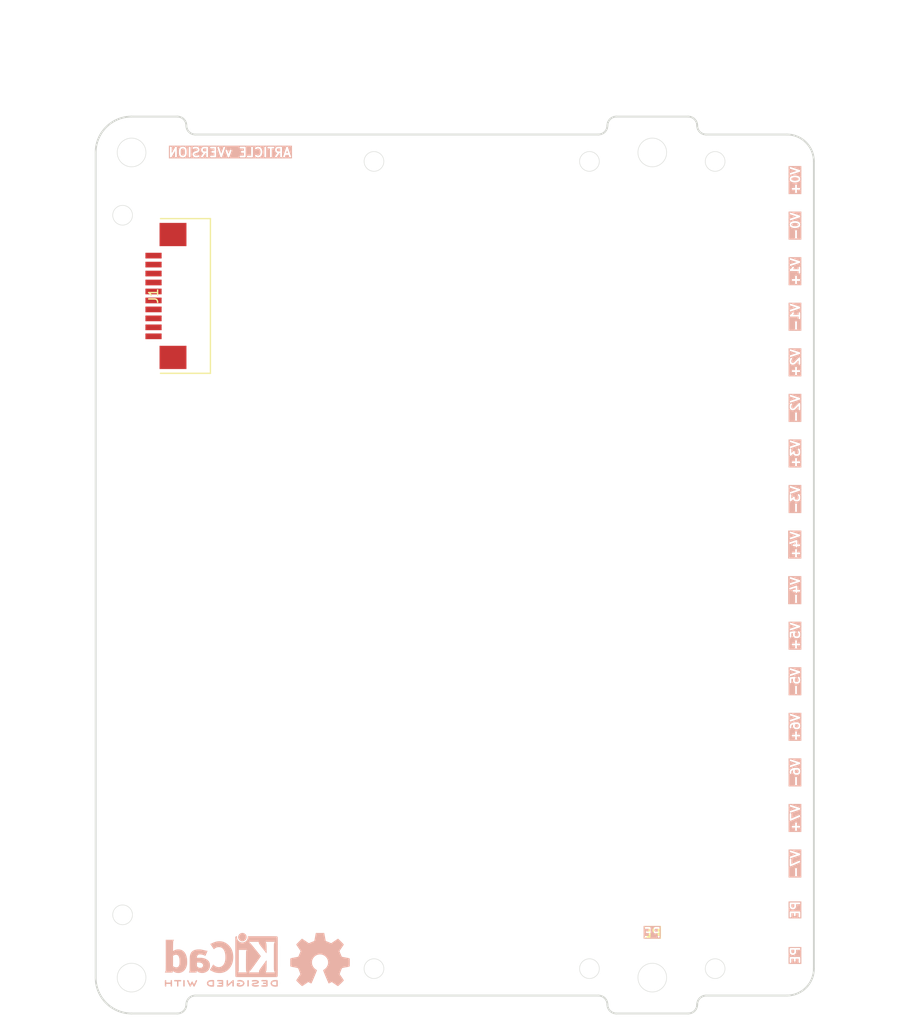
<source format=kicad_pcb>
(kicad_pcb (version 20241229) (generator "pcbnew") (generator_version "9.0")
  (title_block (title "${article} v${version}"))
  (layers (0 "F.Cu" signal) (2 "B.Cu" signal) (13 "F.Paste" user) (15 "B.Paste" user) (5 "F.SilkS" user "F.Silkscreen") (7 "B.SilkS" user "B.Silkscreen") (1 "F.Mask" user) (3 "B.Mask" user) (25 "Edge.Cuts" user))
  (property "article" "ARTICLE")
  (property "version" "VERSION")
  (net 0 "")
  (net 1 "/MOSI")
  (net 2 "/CS")
  (net 3 "/MISO")
  (net 4 "GND")
  (net 5 "/SCK")
  (net 6 "+3.3V")
  (net 7 "+5V")
  (footprint "kicad_inventree_lib:PM-ESP32C3_v0.0.5" (layer "F.Cu") (at 25 100)
    (property "Reference" "U1" (hide yes))
    (property "Value" "~" (hide yes))
    (fp_circle (center 3 -39) (end 4.1 -39) (stroke (width 0.05)) (fill no) (layer "Edge.Cuts"))
    (fp_circle (center 3 39) (end 4.1 39) (stroke (width 0.05)) (fill no) (layer "Edge.Cuts"))
    (fp_circle (center 31 -45) (end 32.1 -45) (stroke (width 0.05)) (fill no) (layer "Edge.Cuts"))
    (fp_circle (center 31 45) (end 32.1 45) (stroke (width 0.05)) (fill no) (layer "Edge.Cuts"))
  )
  (footprint "kicad_inventree_lib:MountingHole_M3" (layer "F.Cu") (at 87 146)
    (property "Reference" "H7" (hide yes))
    (property "Value" "MountingHole_M3")
    (fp_circle (center 0 0) (end 1.6 0) (stroke (width 0.05)) (fill no) (layer "Edge.Cuts"))
  )
  (footprint "kicad_inventree_lib:PM_LED-xx-v0.0.1" (layer "F.Cu") (at 90 100)
    (property "Reference" "SP1" (hide yes))
    (property "Value" "~")
    (fp_circle (center -10 -45) (end -8.9 -45) (stroke (width 0.05)) (fill no) (layer "Edge.Cuts"))
    (fp_circle (center -10 45) (end -8.9 45) (stroke (width 0.05)) (fill no) (layer "Edge.Cuts"))
    (fp_circle (center 4 -45) (end 5.1 -45) (stroke (width 0.05)) (fill no) (layer "Edge.Cuts"))
    (fp_circle (center 4 45) (end 5.1 45) (stroke (width 0.05)) (fill no) (layer "Edge.Cuts"))
  )
  (footprint "kicad_inventree_lib:MountingHole_M3" (layer "F.Cu") (at 87 54)
    (property "Reference" "H4" (hide yes))
    (property "Value" "MountingHole_M3")
    (fp_circle (center 0 0) (end 1.6 0) (stroke (width 0.05)) (fill no) (layer "Edge.Cuts"))
  )
  (footprint "kicad_inventree_lib:MountingHole_M3" (layer "F.Cu") (at 29 54)
    (property "Reference" "H5" (hide yes))
    (property "Value" "MountingHole_M3")
    (fp_circle (center 0 0) (end 1.6 0) (stroke (width 0.05)) (fill no) (layer "Edge.Cuts"))
  )
  (footprint "kicad_inventree_lib:CONN10_AFA07-S10_JUS" (layer "F.Cu") (at 35 70 90)
    (property "Reference" "J1" (at 0 -3.556 90) (layer "F.SilkS"))
    (property "Value" "AFA07-S10FCC-00")
    (pad "1" smd rect (at -4.499991 -3.556 90) (size 0.635 1.8034) (layers "F.Cu" "F.Mask" "F.Paste") (net 7 "+5V"))
    (pad "2" smd rect (at -3.499993 -3.556 90) (size 0.635 1.8034) (layers "F.Cu" "F.Mask" "F.Paste") (net 6 "+3.3V"))
    (pad "3" smd rect (at -2.499995 -3.556 90) (size 0.635 1.8034) (layers "F.Cu" "F.Mask" "F.Paste"))
    (pad "4" smd rect (at -1.499997 -3.556 90) (size 0.635 1.8034) (layers "F.Cu" "F.Mask" "F.Paste") (net 1 "/MOSI"))
    (pad "5" smd rect (at -0.499999 -3.556 90) (size 0.635 1.8034) (layers "F.Cu" "F.Mask" "F.Paste") (net 3 "/MISO"))
    (pad "6" smd rect (at 0.499999 -3.556 90) (size 0.635 1.8034) (layers "F.Cu" "F.Mask" "F.Paste") (net 5 "/SCK"))
    (pad "7" smd rect (at 1.499997 -3.556 90) (size 0.635 1.8034) (layers "F.Cu" "F.Mask" "F.Paste") (net 2 "/CS"))
    (pad "8" smd rect (at 2.499995 -3.556 90) (size 0.635 1.8034) (layers "F.Cu" "F.Mask" "F.Paste") (net 4 "GND"))
    (pad "9" smd rect (at 3.499993 -3.556 90) (size 0.635 1.8034) (layers "F.Cu" "F.Mask" "F.Paste"))
    (pad "10" smd rect (at 4.499991 -3.556 90) (size 0.635 1.8034) (layers "F.Cu" "F.Mask" "F.Paste"))
    (pad "11" smd rect (at -6.850002 -1.385999 90) (size 2.5908 2.9972) (layers "F.Cu" "F.Mask" "F.Paste"))
    (pad "12" smd rect (at 6.850002 -1.385999 90) (size 2.5908 2.9972) (layers "F.Cu" "F.Mask" "F.Paste"))
  )
  (footprint "kicad_inventree_lib:MountingHole_M3" (layer "F.Cu") (at 29 146)
    (property "Reference" "H6" (hide yes))
    (property "Value" "MountingHole_M3")
    (fp_circle (center 0 0) (end 1.6 0) (stroke (width 0.05)) (fill no) (layer "Edge.Cuts"))
  )
  (footprint "Symbol:KiCad-Logo2_5mm_SilkScreen" (layer "B.Cu") (at 39 144 180)
    (property "Reference" "kicad_logo" (hide yes))
    (property "Value" "KiCad-Logo2_5mm_SilkScreen" (hide yes))
  )
  (footprint "Symbol:OSHW-Symbol_6.7x6mm_SilkScreen" (layer "B.Cu") (at 50 144 180)
    (property "Reference" "oshw_logo" (hide yes))
    (property "Value" "OSHW-Symbol_6.7x6mm_SilkScreen" (hide yes))
  )
  (gr_arc (start 91 50) (mid 91.707107 50.292893) (end 92 51) (stroke (width 0.2)) (layer "Edge.Cuts"))
  (gr_arc (start 34.1 50) (mid 34.807107 50.292893) (end 35.1 51) (stroke (width 0.2)) (layer "Edge.Cuts"))
  (gr_line (start 29 150) (end 34.1 150) (stroke (width 0.2)) (layer "Edge.Cuts"))
  (gr_arc (start 82 51) (mid 81.707107 51.707107) (end 81 52) (stroke (width 0.2)) (layer "Edge.Cuts"))
  (gr_arc (start 29 150) (mid 26.171573 148.828427) (end 25 146) (stroke (width 0.2)) (layer "Edge.Cuts"))
  (gr_arc (start 35.1 149) (mid 34.807107 149.707107) (end 34.1 150) (stroke (width 0.2)) (layer "Edge.Cuts"))
  (gr_arc (start 82 51) (mid 82.292893 50.292893) (end 83 50) (stroke (width 0.2)) (layer "Edge.Cuts"))
  (gr_line (start 36.1 52) (end 81 52) (stroke (width 0.2)) (layer "Edge.Cuts"))
  (gr_arc (start 92 149) (mid 91.707107 149.707107) (end 91 150) (stroke (width 0.2)) (layer "Edge.Cuts"))
  (gr_arc (start 25 54) (mid 26.171573 51.171573) (end 29 50) (stroke (width 0.2)) (layer "Edge.Cuts"))
  (gr_arc (start 36.1 52) (mid 35.392893 51.707107) (end 35.1 51) (stroke (width 0.2)) (layer "Edge.Cuts"))
  (gr_line (start 81 148) (end 36.1 148) (stroke (width 0.2)) (layer "Edge.Cuts"))
  (gr_line (start 93 148) (end 102 148) (stroke (width 0.2)) (layer "Edge.Cuts"))
  (gr_arc (start 105 145) (mid 104.12132 147.12132) (end 102 148) (stroke (width 0.2)) (layer "Edge.Cuts"))
  (gr_arc (start 83 150) (mid 82.292893 149.707107) (end 82 149) (stroke (width 0.2)) (layer "Edge.Cuts"))
  (gr_arc (start 93 52) (mid 92.292893 51.707107) (end 92 51) (stroke (width 0.2)) (layer "Edge.Cuts"))
  (gr_line (start 105 55) (end 105 145) (stroke (width 0.2)) (layer "Edge.Cuts"))
  (gr_line (start 29 50) (end 34.1 50) (stroke (width 0.2)) (layer "Edge.Cuts"))
  (gr_arc (start 92 149) (mid 92.292893 148.292893) (end 93 148) (stroke (width 0.2)) (layer "Edge.Cuts"))
  (gr_line (start 102 52) (end 93 52) (stroke (width 0.2)) (layer "Edge.Cuts"))
  (gr_line (start 25 54) (end 25 146) (stroke (width 0.2)) (layer "Edge.Cuts"))
  (gr_arc (start 35.1 149) (mid 35.392893 148.292893) (end 36.1 148) (stroke (width 0.2)) (layer "Edge.Cuts"))
  (gr_line (start 91 50) (end 83 50) (stroke (width 0.2)) (layer "Edge.Cuts"))
  (gr_arc (start 102 52) (mid 104.12132 52.87868) (end 105 55) (stroke (width 0.2)) (layer "Edge.Cuts"))
  (gr_line (start 83 150) (end 91 150) (stroke (width 0.2)) (layer "Edge.Cuts"))
  (gr_arc (start 81 148) (mid 81.707107 148.292893) (end 82 149) (stroke (width 0.2)) (layer "Edge.Cuts"))
  (gr_text "PE" (at 87 141 0) (layer "F.SilkS" knockout) (effects (font (size 1 1) (thickness 0.2) (bold yes))))
  (gr_text "V1+" (at 102.94 67.31 90) (layer "B.SilkS" knockout) (effects (font (size 1 1) (thickness 0.2) (bold yes)) (justify mirror)))
  (gr_text "V7-" (at 102.94 133.35 90) (layer "B.SilkS" knockout) (effects (font (size 1 1) (thickness 0.2) (bold yes)) (justify mirror)))
  (gr_text "V2-" (at 102.94 82.55 90) (layer "B.SilkS" knockout) (effects (font (size 1 1) (thickness 0.2) (bold yes)) (justify mirror)))
  (gr_text "V5+" (at 102.94 107.95 90) (layer "B.SilkS" knockout) (effects (font (size 1 1) (thickness 0.2) (bold yes)) (justify mirror)))
  (gr_text "V1-" (at 102.94 72.39 90) (layer "B.SilkS" knockout) (effects (font (size 1 1) (thickness 0.2) (bold yes)) (justify mirror)))
  (gr_text "PE" (at 102.94 138.43 90) (layer "B.SilkS" knockout) (effects (font (size 1 1) (thickness 0.2) (bold yes)) (justify mirror)))
  (gr_text "V4+" (at 102.94 97.79 90) (layer "B.SilkS" knockout) (effects (font (size 1 1) (thickness 0.2) (bold yes)) (justify mirror)))
  (gr_text "V7+" (at 102.94 128.27 90) (layer "B.SilkS" knockout) (effects (font (size 1 1) (thickness 0.2) (bold yes)) (justify mirror)))
  (gr_text "V3-" (at 102.94 92.71 90) (layer "B.SilkS" knockout) (effects (font (size 1 1) (thickness 0.2) (bold yes)) (justify mirror)))
  (gr_text "V6-" (at 102.94 123.19 90) (layer "B.SilkS" knockout) (effects (font (size 1 1) (thickness 0.2) (bold yes)) (justify mirror)))
  (gr_text "V3+" (at 102.94 87.63 90) (layer "B.SilkS" knockout) (effects (font (size 1 1) (thickness 0.2) (bold yes)) (justify mirror)))
  (gr_text "V0-" (at 102.94 62.23 90) (layer "B.SilkS" knockout) (effects (font (size 1 1) (thickness 0.2) (bold yes)) (justify mirror)))
  (gr_text "V0+" (at 102.94 57.15 90) (layer "B.SilkS" knockout) (effects (font (size 1 1) (thickness 0.2) (bold yes)) (justify mirror)))
  (gr_text "PE" (at 102.94 143.51 90) (layer "B.SilkS" knockout) (effects (font (size 1 1) (thickness 0.2) (bold yes)) (justify mirror)))
  (gr_text "V6+" (at 102.94 118.11 90) (layer "B.SilkS" knockout) (effects (font (size 1 1) (thickness 0.2) (bold yes)) (justify mirror)))
  (gr_text "V4-" (at 102.94 102.87 90) (layer "B.SilkS" knockout) (effects (font (size 1 1) (thickness 0.2) (bold yes)) (justify mirror)))
  (gr_text "${article} v${version}" (at 33 54 0) (layer "B.SilkS" knockout) (effects (font (size 1 1) (thickness 0.2) (bold yes)) (justify right mirror)))
  (gr_text "V5-" (at 102.94 113.03 90) (layer "B.SilkS" knockout) (effects (font (size 1 1) (thickness 0.2) (bold yes)) (justify mirror)))
  (gr_text "V2+" (at 102.94 77.47 90) (layer "B.SilkS" knockout) (effects (font (size 1 1) (thickness 0.2) (bold yes)) (justify mirror)))
  (gr_text "PE" (at 87 141 -0) (layer "B.SilkS" knockout) (effects (font (size 1 1) (thickness 0.2) (bold yes)) (justify mirror)))
)
</source>
